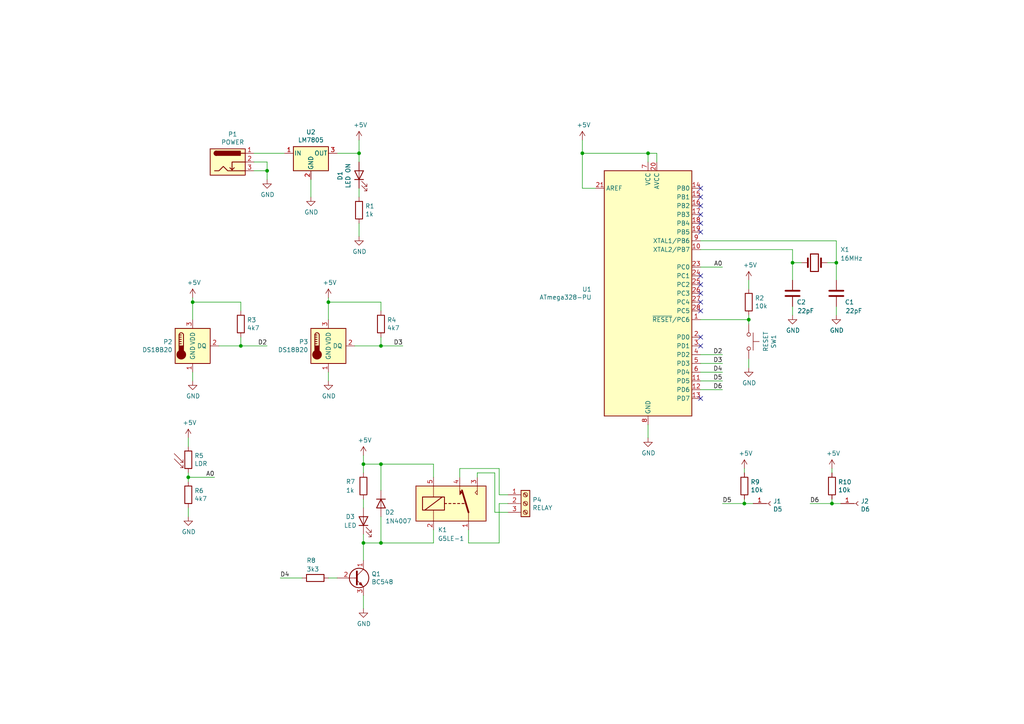
<source format=kicad_sch>
(kicad_sch (version 20230121) (generator eeschema)
  (paper "A4")
  (title_block (title "ARDUMINI") (date "2021-07-26") (rev "2") (company "Lucas Martín Treser"))
  (lib_symbols
    (symbol "ArduMini-rescue:ATmega328-PU-MCU_Microchip_ATmega"
      (property "Reference" "U" (at -12.7 36.83 0))
      (property "Value" "MCU_Microchip_ATmega_ATmega328-PU" (at 2.54 -36.83 0))
      (symbol "ATmega328-PU-MCU_Microchip_ATmega_0_1"
        (rectangle (start -12.7 -35.56) (end 12.7 35.56) (stroke (width 0.254)) (fill (type background)))
      )
      (symbol "ATmega328-PU-MCU_Microchip_ATmega_1_1"
        (pin bidirectional line (at 15.24 -7.62 180) (length 2.54) (name "~{RESET}/PC6") (number "1"))
        (pin bidirectional line (at 15.24 12.7 180) (length 2.54) (name "XTAL2/PB7") (number "10"))
        (pin bidirectional line (at 15.24 -25.4 180) (length 2.54) (name "PD5") (number "11"))
        (pin bidirectional line (at 15.24 -27.94 180) (length 2.54) (name "PD6") (number "12"))
        (pin bidirectional line (at 15.24 -30.48 180) (length 2.54) (name "PD7") (number "13"))
        (pin bidirectional line (at 15.24 30.48 180) (length 2.54) (name "PB0") (number "14"))
        (pin bidirectional line (at 15.24 27.94 180) (length 2.54) (name "PB1") (number "15"))
        (pin bidirectional line (at 15.24 25.4 180) (length 2.54) (name "PB2") (number "16"))
        (pin bidirectional line (at 15.24 22.86 180) (length 2.54) (name "PB3") (number "17"))
        (pin bidirectional line (at 15.24 20.32 180) (length 2.54) (name "PB4") (number "18"))
        (pin bidirectional line (at 15.24 17.78 180) (length 2.54) (name "PB5") (number "19"))
        (pin bidirectional line (at 15.24 -12.7 180) (length 2.54) (name "PD0") (number "2"))
        (pin power_in line (at 2.54 38.1 270) (length 2.54) (name "AVCC") (number "20"))
        (pin passive line (at -15.24 30.48 0) (length 2.54) (name "AREF") (number "21"))
        (pin passive line (at 0 -38.1 90) (length 2.54) hide (name "GND") (number "22"))
        (pin bidirectional line (at 15.24 7.62 180) (length 2.54) (name "PC0") (number "23"))
        (pin bidirectional line (at 15.24 5.08 180) (length 2.54) (name "PC1") (number "24"))
        (pin bidirectional line (at 15.24 2.54 180) (length 2.54) (name "PC2") (number "25"))
        (pin bidirectional line (at 15.24 0 180) (length 2.54) (name "PC3") (number "26"))
        (pin bidirectional line (at 15.24 -2.54 180) (length 2.54) (name "PC4") (number "27"))
        (pin bidirectional line (at 15.24 -5.08 180) (length 2.54) (name "PC5") (number "28"))
        (pin bidirectional line (at 15.24 -15.24 180) (length 2.54) (name "PD1") (number "3"))
        (pin bidirectional line (at 15.24 -17.78 180) (length 2.54) (name "PD2") (number "4"))
        (pin bidirectional line (at 15.24 -20.32 180) (length 2.54) (name "PD3") (number "5"))
        (pin bidirectional line (at 15.24 -22.86 180) (length 2.54) (name "PD4") (number "6"))
        (pin power_in line (at 0 38.1 270) (length 2.54) (name "VCC") (number "7"))
        (pin power_in line (at 0 -38.1 90) (length 2.54) (name "GND") (number "8"))
        (pin bidirectional line (at 15.24 15.24 180) (length 2.54) (name "XTAL1/PB6") (number "9"))
      )
    )
    (symbol "ArduMini-rescue:Conn_01x01_Female-Connector" (pin_names (offset 1.016) hide)
      (property "Reference" "J" (at 0 2.54 0))
      (property "Value" "Connector_Conn_01x01_Female" (at 0 -2.54 0))
      (symbol "Conn_01x01_Female-Connector_1_1"
        (polyline (pts (xy -1.27 0) (xy -0.508 0)) (stroke (width 0.1524)))
        (arc (start 0 0.508) (mid -0.5058 0) (end 0 -0.508) (stroke (width 0.1524)))
        (pin passive line (at -5.08 0 0) (length 3.81) (name "Pin_1") (number "1"))
      )
    )
    (symbol "ArduMini-rescue:DS18B20-Sensor_Temperature" (pin_names (offset 1.016))
      (property "Reference" "U" (at -3.81 6.35 0))
      (property "Value" "Sensor_Temperature_DS18B20" (at 6.35 6.35 0))
      (symbol "DS18B20-Sensor_Temperature_0_1"
        (rectangle (start -5.08 5.08) (end 5.08 -5.08) (stroke (width 0.254)) (fill (type background)))
        (circle (center -3.302 -2.54) (radius 1.27) (stroke (width 0.254)) (fill (type outline)))
        (rectangle (start -2.667 -1.905) (end -3.937 0) (stroke (width 0.254)) (fill (type outline)))
        (arc (start -2.667 3.175) (mid -3.302 3.8073) (end -3.937 3.175) (stroke (width 0.254)))
        (polyline (pts (xy -3.937 0.635) (xy -3.302 0.635)) (stroke (width 0.254)))
        (polyline (pts (xy -3.937 1.27) (xy -3.302 1.27)) (stroke (width 0.254)))
        (polyline (pts (xy -3.937 1.905) (xy -3.302 1.905)) (stroke (width 0.254)))
        (polyline (pts (xy -3.937 2.54) (xy -3.302 2.54)) (stroke (width 0.254)))
        (polyline (pts (xy -3.937 3.175) (xy -3.937 0)) (stroke (width 0.254)))
        (polyline (pts (xy -3.937 3.175) (xy -3.302 3.175)) (stroke (width 0.254)))
        (polyline (pts (xy -2.667 3.175) (xy -2.667 0)) (stroke (width 0.254)))
      )
      (symbol "DS18B20-Sensor_Temperature_1_1"
        (pin power_in line (at 0 -7.62 90) (length 2.54) (name "GND") (number "1"))
        (pin bidirectional line (at 7.62 0 180) (length 2.54) (name "DQ") (number "2"))
        (pin power_in line (at 0 7.62 270) (length 2.54) (name "VDD") (number "3"))
      )
    )
    (symbol "ArduMini-rescue:R_PHOTO-Device" (pin_numbers hide) (pin_names (offset 0))
      (property "Reference" "R" (at 1.27 1.27 0))
      (property "Value" "Device_R_PHOTO" (at 1.27 0 0))
      (symbol "R_PHOTO-Device_0_1"
        (rectangle (start -1.016 2.54) (end 1.016 -2.54) (stroke (width 0.254)))
        (polyline (pts (xy -1.524 -2.286) (xy -4.064 0.254)))
        (polyline (pts (xy -1.524 -2.286) (xy -2.286 -2.286)))
        (polyline (pts (xy -1.524 -2.286) (xy -1.524 -1.524)))
        (polyline (pts (xy -1.524 -0.762) (xy -4.064 1.778)))
        (polyline (pts (xy -1.524 -0.762) (xy -2.286 -0.762)))
        (polyline (pts (xy -1.524 -0.762) (xy -1.524 0)))
      )
      (symbol "R_PHOTO-Device_1_1"
        (pin passive line (at 0 3.81 270) (length 1.27) (name "~") (number "1"))
        (pin passive line (at 0 -3.81 90) (length 1.27) (name "~") (number "2"))
      )
    )
    (symbol "Connector:Barrel_Jack_Switch_Pin3Ring" (pin_names hide)
      (property "Reference" "J" (at 0 5.334 0))
      (property "Value" "Barrel_Jack_Switch_Pin3Ring" (at 0 -5.08 0))
      (symbol "Barrel_Jack_Switch_Pin3Ring_0_1"
        (rectangle (start -5.08 3.81) (end 5.08 -3.81) (stroke (width 0.254)) (fill (type background)))
        (arc (start -3.302 3.175) (mid -3.9343 2.54) (end -3.302 1.905) (stroke (width 0.254)))
        (arc (start -3.302 3.175) (mid -3.9343 2.54) (end -3.302 1.905) (stroke (width 0.254)) (fill (type outline)))
        (polyline (pts (xy 1.27 -2.286) (xy 1.905 -1.651)) (stroke (width 0.254)))
        (polyline (pts (xy 5.08 2.54) (xy 3.81 2.54)) (stroke (width 0.254)))
        (polyline (pts (xy 5.08 0) (xy 1.27 0) (xy 1.27 -2.286) (xy 0.635 -1.651)) (stroke (width 0.254)))
        (polyline (pts (xy -3.81 -2.54) (xy -2.54 -2.54) (xy -1.27 -1.27) (xy 0 -2.54) (xy 2.54 -2.54) (xy 5.08 -2.54)) (stroke (width 0.254)))
        (rectangle (start 3.683 3.175) (end -3.302 1.905) (stroke (width 0.254)) (fill (type outline)))
      )
      (symbol "Barrel_Jack_Switch_Pin3Ring_1_1"
        (pin passive line (at 7.62 2.54 180) (length 2.54) (name "~") (number "1"))
        (pin passive line (at 7.62 0 180) (length 2.54) (name "~") (number "2"))
        (pin passive line (at 7.62 -2.54 180) (length 2.54) (name "~") (number "3"))
      )
    )
    (symbol "Connector:Screw_Terminal_01x03" (pin_names (offset 1.016) hide)
      (property "Reference" "J" (at 0 5.08 0))
      (property "Value" "Screw_Terminal_01x03" (at 0 -5.08 0))
      (symbol "Screw_Terminal_01x03_1_1"
        (rectangle (start -1.27 3.81) (end 1.27 -3.81) (stroke (width 0.254)) (fill (type background)))
        (circle (center 0 -2.54) (radius 0.635) (stroke (width 0.1524)))
        (polyline (pts (xy -0.5334 -2.2098) (xy 0.3302 -3.048)) (stroke (width 0.1524)))
        (polyline (pts (xy -0.5334 0.3302) (xy 0.3302 -0.508)) (stroke (width 0.1524)))
        (polyline (pts (xy -0.5334 2.8702) (xy 0.3302 2.032)) (stroke (width 0.1524)))
        (polyline (pts (xy -0.3556 -2.032) (xy 0.508 -2.8702)) (stroke (width 0.1524)))
        (polyline (pts (xy -0.3556 0.508) (xy 0.508 -0.3302)) (stroke (width 0.1524)))
        (polyline (pts (xy -0.3556 3.048) (xy 0.508 2.2098)) (stroke (width 0.1524)))
        (circle (center 0 0) (radius 0.635) (stroke (width 0.1524)))
        (circle (center 0 2.54) (radius 0.635) (stroke (width 0.1524)))
        (pin passive line (at -5.08 2.54 0) (length 3.81) (name "Pin_1") (number "1"))
        (pin passive line (at -5.08 0 0) (length 3.81) (name "Pin_2") (number "2"))
        (pin passive line (at -5.08 -2.54 0) (length 3.81) (name "Pin_3") (number "3"))
      )
    )
    (symbol "Device:C" (pin_numbers hide) (pin_names (offset 0.254))
      (property "Reference" "C" (at 0.635 2.54 0))
      (property "Value" "C" (at 0.635 -2.54 0))
      (symbol "C_0_1"
        (polyline (pts (xy -2.032 -0.762) (xy 2.032 -0.762)) (stroke (width 0.508)))
        (polyline (pts (xy -2.032 0.762) (xy 2.032 0.762)) (stroke (width 0.508)))
      )
      (symbol "C_1_1"
        (pin passive line (at 0 3.81 270) (length 2.794) (name "~") (number "1"))
        (pin passive line (at 0 -3.81 90) (length 2.794) (name "~") (number "2"))
      )
    )
    (symbol "Device:Crystal" (pin_numbers hide) (pin_names (offset 1.016) hide)
      (property "Reference" "Y" (at 0 3.81 0))
      (property "Value" "Crystal" (at 0 -3.81 0))
      (symbol "Crystal_0_1"
        (rectangle (start -1.143 2.54) (end 1.143 -2.54) (stroke (width 0.3048)))
        (polyline (pts (xy -2.54 0) (xy -1.905 0)))
        (polyline (pts (xy -1.905 -1.27) (xy -1.905 1.27)) (stroke (width 0.508)))
        (polyline (pts (xy 1.905 -1.27) (xy 1.905 1.27)) (stroke (width 0.508)))
        (polyline (pts (xy 2.54 0) (xy 1.905 0)))
      )
      (symbol "Crystal_1_1"
        (pin passive line (at -3.81 0 0) (length 1.27) (name "1") (number "1"))
        (pin passive line (at 3.81 0 180) (length 1.27) (name "2") (number "2"))
      )
    )
    (symbol "Device:LED" (pin_numbers hide) (pin_names (offset 1.016) hide)
      (property "Reference" "D" (at 0 2.54 0))
      (property "Value" "LED" (at 0 -2.54 0))
      (symbol "LED_0_1"
        (polyline (pts (xy -1.27 -1.27) (xy -1.27 1.27)) (stroke (width 0.254)))
        (polyline (pts (xy -1.27 0) (xy 1.27 0)))
        (polyline (pts (xy 1.27 -1.27) (xy 1.27 1.27) (xy -1.27 0) (xy 1.27 -1.27)) (stroke (width 0.254)))
        (polyline (pts (xy -3.048 -0.762) (xy -4.572 -2.286) (xy -3.81 -2.286) (xy -4.572 -2.286) (xy -4.572 -1.524)))
        (polyline (pts (xy -1.778 -0.762) (xy -3.302 -2.286) (xy -2.54 -2.286) (xy -3.302 -2.286) (xy -3.302 -1.524)))
      )
      (symbol "LED_1_1"
        (pin passive line (at -3.81 0 0) (length 2.54) (name "K") (number "1"))
        (pin passive line (at 3.81 0 180) (length 2.54) (name "A") (number "2"))
      )
    )
    (symbol "Device:R" (pin_numbers hide) (pin_names (offset 0))
      (property "Reference" "R" (at 2.032 0 90))
      (property "Value" "R" (at 0 0 90))
      (symbol "R_0_1"
        (rectangle (start -1.016 -2.54) (end 1.016 2.54) (stroke (width 0.254)))
      )
      (symbol "R_1_1"
        (pin passive line (at 0 3.81 270) (length 1.27) (name "~") (number "1"))
        (pin passive line (at 0 -3.81 90) (length 1.27) (name "~") (number "2"))
      )
    )
    (symbol "Diode:1N4007" (pin_numbers hide) (pin_names hide)
      (property "Reference" "D" (at 0 2.54 0))
      (property "Value" "1N4007" (at 0 -2.54 0))
      (symbol "1N4007_0_1"
        (polyline (pts (xy -1.27 1.27) (xy -1.27 -1.27)) (stroke (width 0.254)))
        (polyline (pts (xy 1.27 0) (xy -1.27 0)))
        (polyline (pts (xy 1.27 1.27) (xy 1.27 -1.27) (xy -1.27 0) (xy 1.27 1.27)) (stroke (width 0.254)))
      )
      (symbol "1N4007_1_1"
        (pin passive line (at -3.81 0 0) (length 2.54) (name "K") (number "1"))
        (pin passive line (at 3.81 0 180) (length 2.54) (name "A") (number "2"))
      )
    )
    (symbol "Regulator_Linear:L7805" (pin_names (offset 0.254))
      (property "Reference" "U" (at -3.81 3.175 0))
      (property "Value" "L7805" (at 0 3.175 0))
      (symbol "L7805_0_1"
        (rectangle (start -5.08 1.905) (end 5.08 -5.08) (stroke (width 0.254)) (fill (type background)))
      )
      (symbol "L7805_1_1"
        (pin power_in line (at -7.62 0 0) (length 2.54) (name "IN") (number "1"))
        (pin power_in line (at 0 -7.62 90) (length 2.54) (name "GND") (number "2"))
        (pin power_out line (at 7.62 0 180) (length 2.54) (name "OUT") (number "3"))
      )
    )
    (symbol "Relay:G5LE-1"
      (property "Reference" "K" (at 11.43 3.81 0))
      (property "Value" "G5LE-1" (at 11.43 1.27 0))
      (symbol "G5LE-1_0_0"
        (polyline (pts (xy 7.62 5.08) (xy 7.62 2.54) (xy 6.985 3.175) (xy 7.62 3.81)))
      )
      (symbol "G5LE-1_0_1"
        (rectangle (start -10.16 5.08) (end 10.16 -5.08) (stroke (width 0.254)) (fill (type background)))
        (rectangle (start -8.255 1.905) (end -1.905 -1.905) (stroke (width 0.254)))
        (polyline (pts (xy -7.62 -1.905) (xy -2.54 1.905)) (stroke (width 0.254)))
        (polyline (pts (xy -5.08 -5.08) (xy -5.08 -1.905)))
        (polyline (pts (xy -5.08 5.08) (xy -5.08 1.905)))
        (polyline (pts (xy -1.905 0) (xy -1.27 0)) (stroke (width 0.254)))
        (polyline (pts (xy -0.635 0) (xy 0 0)) (stroke (width 0.254)))
        (polyline (pts (xy 0.635 0) (xy 1.27 0)) (stroke (width 0.254)))
        (polyline (pts (xy 1.905 0) (xy 2.54 0)) (stroke (width 0.254)))
        (polyline (pts (xy 3.175 0) (xy 3.81 0)) (stroke (width 0.254)))
        (polyline (pts (xy 5.08 -2.54) (xy 3.175 3.81)) (stroke (width 0.508)))
        (polyline (pts (xy 5.08 -2.54) (xy 5.08 -5.08)))
        (polyline (pts (xy 2.54 5.08) (xy 2.54 2.54) (xy 3.175 3.175) (xy 2.54 3.81)) (fill (type outline)))
      )
      (symbol "G5LE-1_1_1"
        (pin passive line (at 5.08 -7.62 90) (length 2.54) (name "~") (number "1"))
        (pin passive line (at -5.08 -7.62 90) (length 2.54) (name "~") (number "2"))
        (pin passive line (at 7.62 7.62 270) (length 2.54) (name "~") (number "3"))
        (pin passive line (at 2.54 7.62 270) (length 2.54) (name "~") (number "4"))
        (pin passive line (at -5.08 7.62 270) (length 2.54) (name "~") (number "5"))
      )
    )
    (symbol "Switch:SW_Push" (pin_numbers hide) (pin_names (offset 1.016) hide)
      (property "Reference" "SW" (at 1.27 2.54 0))
      (property "Value" "SW_Push" (at 0 -1.524 0))
      (symbol "SW_Push_0_1"
        (circle (center -2.032 0) (radius 0.508))
        (polyline (pts (xy 0 1.27) (xy 0 3.048)))
        (polyline (pts (xy 2.54 1.27) (xy -2.54 1.27)))
        (circle (center 2.032 0) (radius 0.508))
        (pin passive line (at -5.08 0 0) (length 2.54) (name "1") (number "1"))
        (pin passive line (at 5.08 0 180) (length 2.54) (name "2") (number "2"))
      )
    )
    (symbol "Transistor_BJT:BC548" (pin_names (offset 0) hide)
      (property "Reference" "Q" (at 5.08 1.905 0))
      (property "Value" "BC548" (at 5.08 0 0))
      (symbol "BC548_0_1"
        (polyline (pts (xy 0 0) (xy 0.635 0)))
        (polyline (pts (xy 0.635 0.635) (xy 2.54 2.54)))
        (polyline (pts (xy 0.635 -0.635) (xy 2.54 -2.54) (xy 2.54 -2.54)))
        (polyline (pts (xy 0.635 1.905) (xy 0.635 -1.905) (xy 0.635 -1.905)) (stroke (width 0.508)))
        (polyline (pts (xy 1.27 -1.778) (xy 1.778 -1.27) (xy 2.286 -2.286) (xy 1.27 -1.778) (xy 1.27 -1.778)) (fill (type outline)))
        (circle (center 1.27 0) (radius 2.8194) (stroke (width 0.254)))
      )
      (symbol "BC548_1_1"
        (pin passive line (at 2.54 5.08 270) (length 2.54) (name "C") (number "1"))
        (pin input line (at -5.08 0 0) (length 5.08) (name "B") (number "2"))
        (pin passive line (at 2.54 -5.08 90) (length 2.54) (name "E") (number "3"))
      )
    )
    (symbol "power:+5V" (power) (pin_names (offset 0))
      (property "Value" "+5V" (at 0 3.556 0))
      (symbol "+5V_0_1"
        (polyline (pts (xy -0.762 1.27) (xy 0 2.54)))
        (polyline (pts (xy 0 0) (xy 0 2.54)))
        (polyline (pts (xy 0 2.54) (xy 0.762 1.27)))
      )
      (symbol "+5V_1_1"
        (pin power_in line (at 0 0 90) (length 0) hide (name "+5V") (number "1"))
      )
    )
    (symbol "power:GND" (power) (pin_names (offset 0))
      (property "Value" "GND" (at 0 -3.81 0))
      (symbol "GND_0_1"
        (polyline (pts (xy 0 0) (xy 0 -1.27) (xy 1.27 -1.27) (xy 0 -2.54) (xy -1.27 -1.27) (xy 0 -1.27)))
      )
      (symbol "GND_1_1"
        (pin power_in line (at 0 0 270) (length 0) hide (name "GND") (number "1"))
      )
    )
  )
  (junction (at 105.41 157.48))
  (junction (at 217.17 92.71))
  (junction (at 69.85 100.33))
  (junction (at 110.49 157.48))
  (junction (at 104.14 44.45))
  (junction (at 55.88 87.63))
  (junction (at 105.41 134.62))
  (junction (at 215.9 146.05))
  (junction (at 241.3 146.05))
  (junction (at 77.47 49.53))
  (junction (at 168.91 44.45))
  (junction (at 95.25 87.63))
  (junction (at 242.57 76.2))
  (junction (at 110.49 100.33))
  (junction (at 187.96 44.45))
  (junction (at 54.61 138.43))
  (junction (at 229.87 76.2))
  (junction (at 110.49 134.62))
  (no_connect (at 203.2 87.63))
  (no_connect (at 203.2 59.69))
  (no_connect (at 203.2 82.55))
  (no_connect (at 203.2 57.15))
  (no_connect (at 203.2 100.33))
  (no_connect (at 203.2 85.09))
  (no_connect (at 203.2 90.17))
  (no_connect (at 203.2 115.57))
  (no_connect (at 203.2 54.61))
  (no_connect (at 203.2 67.31))
  (no_connect (at 203.2 62.23))
  (no_connect (at 203.2 80.01))
  (no_connect (at 203.2 64.77))
  (no_connect (at 203.2 97.79))
  (wire (pts (xy 187.96 123.19) (xy 187.96 127)))
  (wire (pts (xy 217.17 81.28) (xy 217.17 83.82)))
  (wire (pts (xy 104.14 54.61) (xy 104.14 57.15)))
  (wire (pts (xy 138.43 137.16) (xy 143.51 137.16)))
  (wire (pts (xy 102.87 100.33) (xy 110.49 100.33)))
  (wire (pts (xy 135.89 157.48) (xy 144.78 157.48)))
  (wire (pts (xy 203.2 107.95) (xy 209.55 107.95)))
  (wire (pts (xy 242.57 76.2) (xy 240.03 76.2)))
  (wire (pts (xy 90.17 52.07) (xy 90.17 57.15)))
  (wire (pts (xy 95.25 86.36) (xy 95.25 87.63)))
  (wire (pts (xy 63.5 100.33) (xy 69.85 100.33)))
  (wire (pts (xy 203.2 113.03) (xy 209.55 113.03)))
  (wire (pts (xy 105.41 172.72) (xy 105.41 176.53)))
  (wire (pts (xy 110.49 157.48) (xy 105.41 157.48)))
  (wire (pts (xy 168.91 44.45) (xy 187.96 44.45)))
  (wire (pts (xy 110.49 134.62) (xy 125.73 134.62)))
  (wire (pts (xy 217.17 92.71) (xy 217.17 93.98)))
  (wire (pts (xy 187.96 44.45) (xy 187.96 46.99)))
  (wire (pts (xy 168.91 40.64) (xy 168.91 44.45)))
  (wire (pts (xy 218.44 146.05) (xy 215.9 146.05)))
  (wire (pts (xy 105.41 132.08) (xy 105.41 134.62)))
  (wire (pts (xy 138.43 138.43) (xy 138.43 137.16)))
  (wire (pts (xy 73.66 49.53) (xy 77.47 49.53)))
  (wire (pts (xy 215.9 146.05) (xy 215.9 144.78)))
  (wire (pts (xy 143.51 137.16) (xy 143.51 148.59)))
  (wire (pts (xy 203.2 77.47) (xy 209.55 77.47)))
  (wire (pts (xy 77.47 46.99) (xy 77.47 49.53)))
  (wire (pts (xy 104.14 44.45) (xy 104.14 46.99)))
  (wire (pts (xy 54.61 129.54) (xy 54.61 127)))
  (wire (pts (xy 54.61 138.43) (xy 54.61 137.16)))
  (wire (pts (xy 69.85 87.63) (xy 55.88 87.63)))
  (wire (pts (xy 110.49 149.86) (xy 110.49 157.48)))
  (wire (pts (xy 229.87 81.28) (xy 229.87 76.2)))
  (wire (pts (xy 229.87 88.9) (xy 229.87 91.44)))
  (wire (pts (xy 69.85 100.33) (xy 77.47 100.33)))
  (wire (pts (xy 229.87 76.2) (xy 232.41 76.2)))
  (wire (pts (xy 203.2 110.49) (xy 209.55 110.49)))
  (wire (pts (xy 144.78 135.89) (xy 144.78 143.51)))
  (wire (pts (xy 105.41 137.16) (xy 105.41 134.62)))
  (wire (pts (xy 203.2 69.85) (xy 242.57 69.85)))
  (wire (pts (xy 135.89 153.67) (xy 135.89 157.48)))
  (wire (pts (xy 125.73 134.62) (xy 125.73 138.43)))
  (wire (pts (xy 73.66 44.45) (xy 82.55 44.45)))
  (wire (pts (xy 203.2 105.41) (xy 209.55 105.41)))
  (wire (pts (xy 105.41 144.78) (xy 105.41 147.32)))
  (wire (pts (xy 110.49 142.24) (xy 110.49 134.62)))
  (wire (pts (xy 125.73 153.67) (xy 125.73 157.48)))
  (wire (pts (xy 203.2 102.87) (xy 209.55 102.87)))
  (wire (pts (xy 54.61 138.43) (xy 62.23 138.43)))
  (wire (pts (xy 87.63 167.64) (xy 81.28 167.64)))
  (wire (pts (xy 215.9 146.05) (xy 209.55 146.05)))
  (wire (pts (xy 241.3 146.05) (xy 234.95 146.05)))
  (wire (pts (xy 241.3 146.05) (xy 241.3 144.78)))
  (wire (pts (xy 110.49 90.17) (xy 110.49 87.63)))
  (wire (pts (xy 110.49 157.48) (xy 125.73 157.48)))
  (wire (pts (xy 190.5 44.45) (xy 187.96 44.45)))
  (wire (pts (xy 55.88 92.71) (xy 55.88 87.63)))
  (wire (pts (xy 55.88 87.63) (xy 55.88 86.36)))
  (wire (pts (xy 133.35 135.89) (xy 144.78 135.89)))
  (wire (pts (xy 105.41 154.94) (xy 105.41 157.48)))
  (wire (pts (xy 133.35 138.43) (xy 133.35 135.89)))
  (wire (pts (xy 144.78 146.05) (xy 147.32 146.05)))
  (wire (pts (xy 73.66 46.99) (xy 77.47 46.99)))
  (wire (pts (xy 215.9 135.89) (xy 215.9 137.16)))
  (wire (pts (xy 110.49 87.63) (xy 95.25 87.63)))
  (wire (pts (xy 95.25 167.64) (xy 97.79 167.64)))
  (wire (pts (xy 203.2 72.39) (xy 229.87 72.39)))
  (wire (pts (xy 243.84 146.05) (xy 241.3 146.05)))
  (wire (pts (xy 242.57 69.85) (xy 242.57 76.2)))
  (wire (pts (xy 105.41 134.62) (xy 110.49 134.62)))
  (wire (pts (xy 144.78 157.48) (xy 144.78 146.05)))
  (wire (pts (xy 144.78 143.51) (xy 147.32 143.51)))
  (wire (pts (xy 105.41 157.48) (xy 105.41 162.56)))
  (wire (pts (xy 95.25 87.63) (xy 95.25 92.71)))
  (wire (pts (xy 168.91 44.45) (xy 168.91 54.61)))
  (wire (pts (xy 104.14 40.64) (xy 104.14 44.45)))
  (wire (pts (xy 69.85 100.33) (xy 69.85 97.79)))
  (wire (pts (xy 54.61 139.7) (xy 54.61 138.43)))
  (wire (pts (xy 110.49 100.33) (xy 110.49 97.79)))
  (wire (pts (xy 203.2 92.71) (xy 217.17 92.71)))
  (wire (pts (xy 229.87 72.39) (xy 229.87 76.2)))
  (wire (pts (xy 217.17 91.44) (xy 217.17 92.71)))
  (wire (pts (xy 241.3 135.89) (xy 241.3 137.16)))
  (wire (pts (xy 190.5 44.45) (xy 190.5 46.99)))
  (wire (pts (xy 77.47 49.53) (xy 77.47 52.07)))
  (wire (pts (xy 97.79 44.45) (xy 104.14 44.45)))
  (wire (pts (xy 54.61 147.32) (xy 54.61 149.86)))
  (wire (pts (xy 242.57 91.44) (xy 242.57 88.9)))
  (wire (pts (xy 172.72 54.61) (xy 168.91 54.61)))
  (wire (pts (xy 104.14 64.77) (xy 104.14 68.58)))
  (wire (pts (xy 242.57 81.28) (xy 242.57 76.2)))
  (wire (pts (xy 69.85 87.63) (xy 69.85 90.17)))
  (wire (pts (xy 143.51 148.59) (xy 147.32 148.59)))
  (wire (pts (xy 95.25 107.95) (xy 95.25 110.49)))
  (wire (pts (xy 55.88 107.95) (xy 55.88 110.49)))
  (wire (pts (xy 110.49 100.33) (xy 116.84 100.33)))
  (wire (pts (xy 217.17 106.68) (xy 217.17 104.14)))
  (label "D3" (at 209.55 105.41 180))
  (label "D3" (at 116.84 100.33 180))
  (label "D4" (at 209.55 107.95 180))
  (label "D5" (at 209.55 146.05 0))
  (label "D2" (at 77.47 100.33 180))
  (label "D2" (at 209.55 102.87 180))
  (label "A0" (at 209.55 77.47 180))
  (label "D5" (at 209.55 110.49 180))
  (label "D4" (at 81.28 167.64 0))
  (label "A0" (at 62.23 138.43 180))
  (label "D6" (at 234.95 146.05 0))
  (label "D6" (at 209.55 113.03 180))
  (symbol (lib_id "ArduMini-rescue:ATmega328-PU-MCU_Microchip_ATmega") (at 187.96 85.09 0) (unit 1)
    (property "Reference" "U1" (at 171.6024 83.9216 0) (effects (justify right)))
    (property "Value" "ATmega328-PU" (at 171.6024 86.233 0) (effects (justify right)))
    (property "Footprint" "Package_DIP:DIP-28_W7.62mm" (effects hide))
    (property "Datasheet" "http://ww1.microchip.com/downloads/en/DeviceDoc/ATmega328_P%20AVR%20MCU%20with%20picoPower%20Technology%20Data%20Sheet%2040001984A.pdf" (effects hide))
  )
  (symbol (lib_id "Device:C") (at 242.57 85.09 180) (unit 1)
    (property "Reference" "C1" (at 246.38 87.63 0))
    (property "Value" "22pF" (at 247.65 90.17 0))
    (property "Footprint" "Capacitor_THT:C_Disc_D5.0mm_W2.5mm_P2.50mm" (effects hide))
  )
  (symbol (lib_id "Device:C") (at 229.87 85.09 180) (unit 1)
    (property "Reference" "C2" (at 232.41 87.63 0))
    (property "Value" "22pF" (at 233.68 90.17 0))
    (property "Footprint" "Capacitor_THT:C_Disc_D5.0mm_W2.5mm_P2.50mm" (effects hide))
  )
  (symbol (lib_id "Device:Crystal") (at 236.22 76.2 0) (unit 1)
    (property "Reference" "X1" (at 246.38 72.39 0) (effects (justify right)))
    (property "Value" "16MHz" (at 250.19 74.93 0) (effects (justify right)))
    (property "Footprint" "Crystal:Crystal_HC49-4H_Vertical" (effects hide))
  )
  (symbol (lib_id "power:+5V") (at 168.91 40.64 0) (unit 1)
    (property "Reference" "#PWR02" (effects hide))
    (property "Value" "+5V" (at 169.291 36.2458 0))
  )
  (symbol (lib_id "power:GND") (at 187.96 127 0) (unit 1)
    (property "Reference" "#PWR015" (effects hide))
    (property "Value" "GND" (at 188.087 131.3942 0))
  )
  (symbol (lib_id "Device:R") (at 217.17 87.63 0) (unit 1)
    (property "Reference" "R2" (at 218.948 86.4616 0) (effects (justify left)))
    (property "Value" "10k" (at 218.948 88.773 0) (effects (justify left)))
    (property "Footprint" "Resistor_THT:R_Axial_DIN0207_L6.3mm_D2.5mm_P10.16mm_Horizontal" (effects hide))
  )
  (symbol (lib_id "Device:LED") (at 105.41 151.13 90) (unit 1)
    (property "Reference" "D3" (at 101.6 149.86 90))
    (property "Value" "LED" (at 101.6 152.4 90))
    (property "Footprint" "LED_THT:LED_D3.0mm" (effects hide))
  )
  (symbol (lib_id "Device:R") (at 105.41 140.97 0) (unit 1)
    (property "Reference" "R7" (at 100.33 139.7 0) (effects (justify left)))
    (property "Value" "1k" (at 100.33 142.24 0) (effects (justify left)))
    (property "Footprint" "Resistor_THT:R_Axial_DIN0207_L6.3mm_D2.5mm_P10.16mm_Horizontal" (effects hide))
  )
  (symbol (lib_id "Switch:SW_Push") (at 217.17 99.06 270) (unit 1)
    (property "Reference" "SW1" (at 224.409 99.06 0))
    (property "Value" "RESET" (at 222.0976 99.06 0))
    (property "Footprint" "Button_Switch_THT:SW_PUSH_6mm_H5mm" (effects hide))
  )
  (symbol (lib_id "Regulator_Linear:L7805") (at 90.17 44.45 0) (unit 1)
    (property "Reference" "U2" (at 90.17 38.3032 0))
    (property "Value" "LM7805" (at 90.17 40.6146 0))
    (property "Footprint" "Package_TO_SOT_THT:TO-220-3_Vertical" (effects hide))
    (property "Datasheet" "http://www.st.com/content/ccc/resource/technical/document/datasheet/41/4f/b3/b0/12/d4/47/88/CD00000444.pdf/files/CD00000444.pdf/jcr:content/translations/en.CD00000444.pdf" (effects hide))
  )
  (symbol (lib_id "Device:R") (at 104.14 60.96 0) (unit 1)
    (property "Reference" "R1" (at 105.918 59.7916 0) (effects (justify left)))
    (property "Value" "1k" (at 105.918 62.103 0) (effects (justify left)))
    (property "Footprint" "Resistor_THT:R_Axial_DIN0207_L6.3mm_D2.5mm_P10.16mm_Horizontal" (effects hide))
  )
  (symbol (lib_id "Device:LED") (at 104.14 50.8 90) (unit 1)
    (property "Reference" "D1" (at 98.6282 50.9778 0))
    (property "Value" "LED ON" (at 100.9396 50.9778 0))
    (property "Footprint" "LED_THT:LED_D5.0mm" (effects hide))
  )
  (symbol (lib_id "Connector:Barrel_Jack_Switch_Pin3Ring") (at 66.04 46.99 0) (unit 1)
    (property "Reference" "P1" (at 67.4878 38.9382 0))
    (property "Value" "POWER" (at 67.4878 41.2496 0))
    (property "Footprint" "Connector_BarrelJack:BarrelJack_Horizontal" (effects hide))
  )
  (symbol (lib_id "ArduMini-rescue:R_PHOTO-Device") (at 54.61 133.35 0) (unit 1)
    (property "Reference" "R5" (at 56.388 132.1816 0) (effects (justify left)))
    (property "Value" "LDR" (at 56.388 134.493 0) (effects (justify left)))
    (property "Footprint" "OptoDevice:R_LDR_5.0x4.1mm_P3mm_Vertical" (effects hide))
  )
  (symbol (lib_id "Device:R") (at 54.61 143.51 0) (unit 1)
    (property "Reference" "R6" (at 56.388 142.3416 0) (effects (justify left)))
    (property "Value" "4k7" (at 56.388 144.653 0) (effects (justify left)))
    (property "Footprint" "Resistor_THT:R_Axial_DIN0207_L6.3mm_D2.5mm_P10.16mm_Horizontal" (effects hide))
  )
  (symbol (lib_id "Device:R") (at 69.85 93.98 0) (unit 1)
    (property "Reference" "R3" (at 71.628 92.8116 0) (effects (justify left)))
    (property "Value" "4k7" (at 71.628 95.123 0) (effects (justify left)))
    (property "Footprint" "Resistor_THT:R_Axial_DIN0207_L6.3mm_D2.5mm_P10.16mm_Horizontal" (effects hide))
  )
  (symbol (lib_id "Device:R") (at 110.49 93.98 0) (unit 1)
    (property "Reference" "R4" (at 112.268 92.8116 0) (effects (justify left)))
    (property "Value" "4k7" (at 112.268 95.123 0) (effects (justify left)))
    (property "Footprint" "Resistor_THT:R_Axial_DIN0207_L6.3mm_D2.5mm_P10.16mm_Horizontal" (effects hide))
  )
  (symbol (lib_id "ArduMini-rescue:DS18B20-Sensor_Temperature") (at 55.88 100.33 0) (unit 1)
    (property "Reference" "P2" (at 50.038 99.1616 0) (effects (justify right)))
    (property "Value" "DS18B20" (at 50.038 101.473 0) (effects (justify right)))
    (property "Footprint" "TerminalBlock:TerminalBlock_Altech_AK300-3_P5.00mm" (effects hide))
    (property "Datasheet" "http://datasheets.maximintegrated.com/en/ds/DS18B20.pdf" (effects hide))
  )
  (symbol (lib_id "ArduMini-rescue:DS18B20-Sensor_Temperature") (at 95.25 100.33 0) (unit 1)
    (property "Reference" "P3" (at 89.408 99.1616 0) (effects (justify right)))
    (property "Value" "DS18B20" (at 89.408 101.473 0) (effects (justify right)))
    (property "Footprint" "TerminalBlock:TerminalBlock_Altech_AK300-3_P5.00mm" (effects hide))
    (property "Datasheet" "http://datasheets.maximintegrated.com/en/ds/DS18B20.pdf" (effects hide))
  )
  (symbol (lib_id "Connector:Screw_Terminal_01x03") (at 152.4 146.05 0) (unit 1)
    (property "Reference" "P4" (at 154.432 144.9832 0) (effects (justify left)))
    (property "Value" "RELAY" (at 154.432 147.2946 0) (effects (justify left)))
    (property "Footprint" "TerminalBlock:TerminalBlock_Altech_AK300-3_P5.00mm" (effects hide))
  )
  (symbol (lib_id "Diode:1N4007") (at 110.49 146.05 270) (unit 1)
    (property "Reference" "D2" (at 113.03 148.59 90))
    (property "Value" "1N4007" (at 115.57 151.13 90))
    (property "Footprint" "Diode_THT:D_DO-41_SOD81_P10.16mm_Horizontal" (effects hide))
    (property "Datasheet" "http://www.vishay.com/docs/88503/1n4001.pdf" (effects hide))
  )
  (symbol (lib_id "Transistor_BJT:BC548") (at 102.87 167.64 0) (unit 1)
    (property "Reference" "Q1" (at 107.7214 166.4716 0) (effects (justify left)))
    (property "Value" "BC548" (at 107.7214 168.783 0) (effects (justify left)))
    (property "Footprint" "Package_TO_SOT_THT:TO-92_Inline" (effects hide))
    (property "Datasheet" "https://www.onsemi.com/pub/Collateral/BC550-D.pdf" (effects hide))
  )
  (symbol (lib_id "power:GND") (at 77.47 52.07 0) (unit 1)
    (property "Reference" "#PWR03" (effects hide))
    (property "Value" "GND" (at 77.597 56.4642 0))
  )
  (symbol (lib_id "power:GND") (at 90.17 57.15 0) (unit 1)
    (property "Reference" "#PWR04" (effects hide))
    (property "Value" "GND" (at 90.297 61.5442 0))
  )
  (symbol (lib_id "power:GND") (at 104.14 68.58 0) (unit 1)
    (property "Reference" "#PWR05" (effects hide))
    (property "Value" "GND" (at 104.267 72.9742 0))
  )
  (symbol (lib_id "power:+5V") (at 104.14 40.64 0) (unit 1)
    (property "Reference" "#PWR01" (effects hide))
    (property "Value" "+5V" (at 104.521 36.2458 0))
  )
  (symbol (lib_id "power:GND") (at 55.88 110.49 0) (unit 1)
    (property "Reference" "#PWR012" (effects hide))
    (property "Value" "GND" (at 56.007 114.8842 0))
  )
  (symbol (lib_id "power:GND") (at 95.25 110.49 0) (unit 1)
    (property "Reference" "#PWR013" (effects hide))
    (property "Value" "GND" (at 95.377 114.8842 0))
  )
  (symbol (lib_id "power:+5V") (at 55.88 86.36 0) (unit 1)
    (property "Reference" "#PWR07" (effects hide))
    (property "Value" "+5V" (at 56.261 81.9658 0))
  )
  (symbol (lib_id "power:+5V") (at 95.25 86.36 0) (unit 1)
    (property "Reference" "#PWR08" (effects hide))
    (property "Value" "+5V" (at 95.631 81.9658 0))
  )
  (symbol (lib_id "Device:R") (at 215.9 140.97 0) (unit 1)
    (property "Reference" "R9" (at 217.678 139.8016 0) (effects (justify left)))
    (property "Value" "10k" (at 217.678 142.113 0) (effects (justify left)))
    (property "Footprint" "Resistor_THT:R_Axial_DIN0207_L6.3mm_D2.5mm_P10.16mm_Horizontal" (effects hide))
  )
  (symbol (lib_id "ArduMini-rescue:Conn_01x01_Female-Connector") (at 223.52 146.05 0) (unit 1)
    (property "Reference" "J1" (at 224.2312 145.3896 0) (effects (justify left)))
    (property "Value" "D5" (at 224.2312 147.701 0) (effects (justify left)))
    (property "Footprint" "Connector_PinHeader_1.00mm:PinHeader_1x01_P1.00mm_Vertical" (effects hide))
  )
  (symbol (lib_id "Device:R") (at 241.3 140.97 0) (unit 1)
    (property "Reference" "R10" (at 243.078 139.8016 0) (effects (justify left)))
    (property "Value" "10k" (at 243.078 142.113 0) (effects (justify left)))
    (property "Footprint" "Resistor_THT:R_Axial_DIN0207_L6.3mm_D2.5mm_P10.16mm_Horizontal" (effects hide))
  )
  (symbol (lib_id "ArduMini-rescue:Conn_01x01_Female-Connector") (at 248.92 146.05 0) (unit 1)
    (property "Reference" "J2" (at 249.6312 145.3896 0) (effects (justify left)))
    (property "Value" "D6" (at 249.6312 147.701 0) (effects (justify left)))
    (property "Footprint" "Connector_PinHeader_1.00mm:PinHeader_1x01_P1.00mm_Vertical" (effects hide))
  )
  (symbol (lib_id "power:+5V") (at 215.9 135.89 0) (unit 1)
    (property "Reference" "#PWR019" (effects hide))
    (property "Value" "+5V" (at 216.281 131.4958 0))
  )
  (symbol (lib_id "power:+5V") (at 241.3 135.89 0) (unit 1)
    (property "Reference" "#PWR020" (effects hide))
    (property "Value" "+5V" (at 241.681 131.4958 0))
  )
  (symbol (lib_id "power:GND") (at 54.61 149.86 0) (unit 1)
    (property "Reference" "#PWR017" (effects hide))
    (property "Value" "GND" (at 54.737 154.2542 0))
  )
  (symbol (lib_id "power:+5V") (at 54.61 127 0) (unit 1)
    (property "Reference" "#PWR014" (effects hide))
    (property "Value" "+5V" (at 54.991 122.6058 0))
  )
  (symbol (lib_id "Device:R") (at 91.44 167.64 270) (unit 1)
    (property "Reference" "R8" (at 88.9 162.56 90) (effects (justify left)))
    (property "Value" "3k3" (at 88.9 165.1 90) (effects (justify left)))
    (property "Footprint" "Resistor_THT:R_Axial_DIN0207_L6.3mm_D2.5mm_P10.16mm_Horizontal" (effects hide))
  )
  (symbol (lib_id "power:GND") (at 105.41 176.53 0) (unit 1)
    (property "Reference" "#PWR018" (effects hide))
    (property "Value" "GND" (at 105.537 180.9242 0))
  )
  (symbol (lib_id "power:GND") (at 229.87 91.44 0) (unit 1)
    (property "Reference" "#PWR09" (effects hide))
    (property "Value" "GND" (at 229.997 95.8342 0))
  )
  (symbol (lib_id "power:GND") (at 217.17 106.68 0) (unit 1)
    (property "Reference" "#PWR011" (effects hide))
    (property "Value" "GND" (at 217.297 111.0742 0))
  )
  (symbol (lib_id "power:+5V") (at 217.17 81.28 0) (unit 1)
    (property "Reference" "#PWR06" (effects hide))
    (property "Value" "+5V" (at 217.551 76.8858 0))
  )
  (symbol (lib_id "power:GND") (at 242.57 91.44 0) (unit 1)
    (property "Reference" "#PWR010" (effects hide))
    (property "Value" "GND" (at 242.697 95.8342 0))
  )
  (symbol (lib_id "Relay:G5LE-1") (at 130.81 146.05 0) (unit 1)
    (property "Reference" "K1" (at 127 153.67 0) (effects (justify left)))
    (property "Value" "G5LE-1" (at 127 156.21 0) (effects (justify left)))
    (property "Footprint" "Relay_THT:Relay_SPDT_Omron-G5LE-1" (effects hide))
    (property "Datasheet" "http://www.omron.com/ecb/products/pdf/en-g5le.pdf" (effects hide))
  )
  (symbol (lib_id "power:+5V") (at 105.41 132.08 0) (unit 1)
    (property "Reference" "#PWR016" (effects hide))
    (property "Value" "+5V" (at 105.791 127.6858 0))
  )
)
</source>
